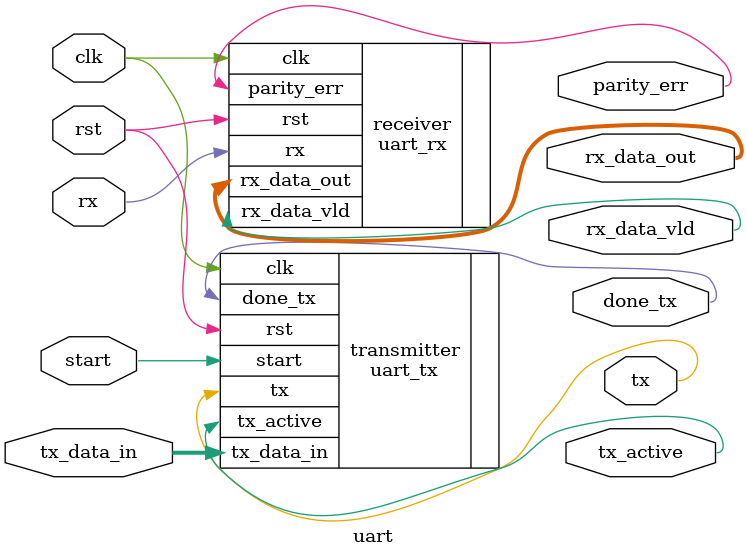
<source format=sv>
/*
 *  Copyright (C) 2018  Siddharth J <www.siddharth.pro>
 *
 *  Permission to use, copy, modify, and/or distribute this software for any
 *  purpose with or without fee is hereby granted, provided that the above
 *  copyright notice and this permission notice appear in all copies.
 *
 *  THE SOFTWARE IS PROVIDED "AS IS" AND THE AUTHOR DISCLAIMS ALL WARRANTIES
 *  WITH REGARD TO THIS SOFTWARE INCLUDING ALL IMPLIED WARRANTIES OF
 *  MERCHANTABILITY AND FITNESS. IN NO EVENT SHALL THE AUTHOR BE LIABLE FOR
 *  ANY SPECIAL, DIRECT, INDIRECT, OR CONSEQUENTIAL DAMAGES OR ANY DAMAGES
 *  WHATSOEVER RESULTING FROM LOSS OF USE, DATA OR PROFITS, WHETHER IN AN
 *  ACTION OF CONTRACT, NEGLIGENCE OR OTHER TORTIOUS ACTION, ARISING OUT OF
 *  OR IN CONNECTION WITH THE USE OR PERFORMANCE OF THIS SOFTWARE.
 *
 */

module uart #(
    // Parameters
    parameter clk_freq = 50000000,             // Hz
    parameter baud_rate = 19200,               // bits per second
    parameter data_bits = 8,                   // Range:5-9
    parameter parity_type = 0,                 // Range:0=None,1=Odd,2=Even
    parameter stop_bits = 1                    // Range:1-2
    )(
    // Outputs
    output                 rx_data_vld,
    output [data_bits-1:0] rx_data_out,
    output                 parity_err,
    output                 tx, 
    output                 tx_active,
    output                 done_tx,
    // Inputs
    input                  rx,
    input [data_bits-1:0]  tx_data_in,
    input                  start,
    input                  rst,
    input                  clk
); 

// Receiver
uart_rx #(
    .clk_freq(clk_freq),
    .baud_rate(baud_rate))
    receiver(
    .clk(clk),
    .rst(rst),
    .rx(rx),
    .rx_data_out(rx_data_out),
    .rx_data_vld(rx_data_vld),
    .parity_err(parity_err)
);

// Transmitter
uart_tx #(
    .clk_freq(clk_freq),
    .baud_rate(baud_rate))
    transmitter(               
    .clk(clk),
    .rst(rst),
    .start(start),
    .tx_data_in(tx_data_in),
    .tx(tx),
    .tx_active(tx_active),
    .done_tx(done_tx)
);

endmodule


</source>
